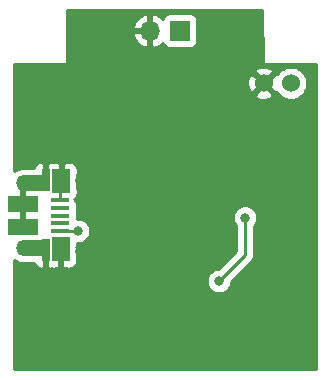
<source format=gbr>
%TF.GenerationSoftware,KiCad,Pcbnew,(5.1.9)-1*%
%TF.CreationDate,2021-06-15T19:58:51-04:00*%
%TF.ProjectId,uBMS,75424d53-2e6b-4696-9361-645f70636258,rev?*%
%TF.SameCoordinates,Original*%
%TF.FileFunction,Copper,L2,Bot*%
%TF.FilePolarity,Positive*%
%FSLAX46Y46*%
G04 Gerber Fmt 4.6, Leading zero omitted, Abs format (unit mm)*
G04 Created by KiCad (PCBNEW (5.1.9)-1) date 2021-06-15 19:58:51*
%MOMM*%
%LPD*%
G01*
G04 APERTURE LIST*
%TA.AperFunction,ComponentPad*%
%ADD10C,1.524000*%
%TD*%
%TA.AperFunction,SMDPad,CuDef*%
%ADD11R,2.500000X1.430000*%
%TD*%
%TA.AperFunction,ComponentPad*%
%ADD12O,1.700000X1.350000*%
%TD*%
%TA.AperFunction,ComponentPad*%
%ADD13O,1.500000X1.100000*%
%TD*%
%TA.AperFunction,SMDPad,CuDef*%
%ADD14R,1.650000X0.400000*%
%TD*%
%TA.AperFunction,SMDPad,CuDef*%
%ADD15R,1.500000X2.000000*%
%TD*%
%TA.AperFunction,SMDPad,CuDef*%
%ADD16R,0.700000X1.825000*%
%TD*%
%TA.AperFunction,SMDPad,CuDef*%
%ADD17R,2.000000X1.350000*%
%TD*%
%TA.AperFunction,ComponentPad*%
%ADD18O,1.700000X1.700000*%
%TD*%
%TA.AperFunction,ComponentPad*%
%ADD19R,1.700000X1.700000*%
%TD*%
%TA.AperFunction,ViaPad*%
%ADD20C,0.762000*%
%TD*%
%TA.AperFunction,ViaPad*%
%ADD21C,0.508000*%
%TD*%
%TA.AperFunction,ViaPad*%
%ADD22C,0.800000*%
%TD*%
%TA.AperFunction,Conductor*%
%ADD23C,0.254000*%
%TD*%
%TA.AperFunction,Conductor*%
%ADD24C,0.508000*%
%TD*%
%TA.AperFunction,Conductor*%
%ADD25C,0.100000*%
%TD*%
G04 APERTURE END LIST*
D10*
%TO.P,3.7V 180mAh,2*%
%TO.N,GND*%
X98044000Y-76708000D03*
%TO.P,3.7V 180mAh,1*%
%TO.N,+V_BAT*%
X100330000Y-76708000D03*
%TD*%
D11*
%TO.P,J2,6*%
%TO.N,GND*%
X77609000Y-86949000D03*
X77609000Y-88869000D03*
D12*
X77879000Y-85179000D03*
X77879000Y-90639000D03*
D13*
X80879000Y-85489000D03*
X80879000Y-90329000D03*
D14*
%TO.P,J2,5*%
X80759000Y-86609000D03*
%TO.P,J2,4*%
%TO.N,Net-(J2-Pad4)*%
X80759000Y-87259000D03*
%TO.P,J2,3*%
%TO.N,Net-(J2-Pad3)*%
X80759000Y-87909000D03*
%TO.P,J2,2*%
%TO.N,Net-(J2-Pad2)*%
X80759000Y-88559000D03*
%TO.P,J2,1*%
%TO.N,+V_USB*%
X80759000Y-89209000D03*
D15*
%TO.P,J2,6*%
%TO.N,GND*%
X80879000Y-85009000D03*
X80859000Y-90759000D03*
D16*
X79559000Y-84909000D03*
X79559000Y-90859000D03*
D17*
X78809000Y-90639000D03*
X78809000Y-85159000D03*
%TD*%
D18*
%TO.P,W,2*%
%TO.N,GND*%
X88392000Y-72263000D03*
D19*
%TO.P,W,1*%
%TO.N,+5V*%
X90932000Y-72263000D03*
%TD*%
D20*
%TO.N,GND*%
X78486000Y-99568000D03*
D21*
X94742000Y-88747600D03*
D20*
X95184000Y-89535000D03*
X93726000Y-94996000D03*
X88138000Y-88646000D03*
X97663000Y-79248000D03*
X94742000Y-84836000D03*
X87503000Y-75946000D03*
X87503000Y-78232000D03*
X89154000Y-83756500D03*
D22*
%TO.N,+V_USB*%
X94234000Y-93472000D03*
X82296000Y-89209000D03*
X96448398Y-88082602D03*
%TD*%
D23*
%TO.N,GND*%
X80759000Y-85609000D02*
X80879000Y-85489000D01*
X80759000Y-86609000D02*
X80759000Y-85609000D01*
X80549000Y-85159000D02*
X80879000Y-85489000D01*
X77609000Y-90369000D02*
X77879000Y-90639000D01*
X80739000Y-90639000D02*
X80859000Y-90759000D01*
D24*
X79559000Y-91424000D02*
X79559000Y-92710000D01*
D23*
X79309000Y-85159000D02*
X79559000Y-84909000D01*
X78809000Y-85159000D02*
X79309000Y-85159000D01*
D24*
X79559000Y-82042000D02*
X79559000Y-84204000D01*
X77609000Y-85449000D02*
X77879000Y-85179000D01*
X77609000Y-86949000D02*
X77609000Y-85449000D01*
D23*
%TO.N,+V_USB*%
X80759000Y-89209000D02*
X82495000Y-89209000D01*
X82495000Y-89209000D02*
X82495000Y-89209000D01*
X96448398Y-91257602D02*
X94234000Y-93472000D01*
X96448398Y-88082602D02*
X96448398Y-91257602D01*
%TD*%
%TO.N,GND*%
X97948752Y-74930794D02*
X97951190Y-74954776D01*
X97958417Y-74978601D01*
X97970153Y-75000557D01*
X97985947Y-75019803D01*
X98005193Y-75035597D01*
X98027149Y-75047333D01*
X98050974Y-75054560D01*
X98075750Y-75057000D01*
X102464001Y-75057000D01*
X102464000Y-100940000D01*
X76860000Y-100940000D01*
X76860000Y-93370061D01*
X93199000Y-93370061D01*
X93199000Y-93573939D01*
X93238774Y-93773898D01*
X93316795Y-93962256D01*
X93430063Y-94131774D01*
X93574226Y-94275937D01*
X93743744Y-94389205D01*
X93932102Y-94467226D01*
X94132061Y-94507000D01*
X94335939Y-94507000D01*
X94535898Y-94467226D01*
X94724256Y-94389205D01*
X94893774Y-94275937D01*
X95037937Y-94131774D01*
X95151205Y-93962256D01*
X95229226Y-93773898D01*
X95269000Y-93573939D01*
X95269000Y-93514630D01*
X96960744Y-91822886D01*
X96989820Y-91799024D01*
X97050255Y-91725383D01*
X97085043Y-91682995D01*
X97155799Y-91550618D01*
X97155800Y-91550617D01*
X97199372Y-91406980D01*
X97210398Y-91295028D01*
X97210398Y-91295025D01*
X97214084Y-91257602D01*
X97210398Y-91220179D01*
X97210398Y-88784313D01*
X97252335Y-88742376D01*
X97365603Y-88572858D01*
X97443624Y-88384500D01*
X97483398Y-88184541D01*
X97483398Y-87980663D01*
X97443624Y-87780704D01*
X97365603Y-87592346D01*
X97252335Y-87422828D01*
X97108172Y-87278665D01*
X96938654Y-87165397D01*
X96750296Y-87087376D01*
X96550337Y-87047602D01*
X96346459Y-87047602D01*
X96146500Y-87087376D01*
X95958142Y-87165397D01*
X95788624Y-87278665D01*
X95644461Y-87422828D01*
X95531193Y-87592346D01*
X95453172Y-87780704D01*
X95413398Y-87980663D01*
X95413398Y-88184541D01*
X95453172Y-88384500D01*
X95531193Y-88572858D01*
X95644461Y-88742376D01*
X95686398Y-88784313D01*
X95686399Y-90941971D01*
X94191370Y-92437000D01*
X94132061Y-92437000D01*
X93932102Y-92476774D01*
X93743744Y-92554795D01*
X93574226Y-92668063D01*
X93430063Y-92812226D01*
X93316795Y-92981744D01*
X93238774Y-93170102D01*
X93199000Y-93370061D01*
X76860000Y-93370061D01*
X76860000Y-91643353D01*
X77059239Y-91783019D01*
X77294815Y-91886824D01*
X77546116Y-91942675D01*
X77589555Y-91911005D01*
X77684518Y-91939812D01*
X77751998Y-91946458D01*
X77751998Y-91949000D01*
X77777808Y-91949000D01*
X77809000Y-91952072D01*
X78523250Y-91949000D01*
X78582568Y-91889682D01*
X78583188Y-91895982D01*
X78619498Y-92015680D01*
X78678463Y-92125994D01*
X78757815Y-92222685D01*
X78854506Y-92302037D01*
X78964820Y-92361002D01*
X79084518Y-92397312D01*
X79209000Y-92409572D01*
X79273250Y-92406500D01*
X79432000Y-92247750D01*
X79432000Y-91950451D01*
X79503596Y-91950758D01*
X79519498Y-92003180D01*
X79578463Y-92113494D01*
X79657815Y-92210185D01*
X79686000Y-92233316D01*
X79686000Y-92247750D01*
X79844750Y-92406500D01*
X79909000Y-92409572D01*
X80033482Y-92397312D01*
X80052588Y-92391516D01*
X80109000Y-92397072D01*
X80573250Y-92394000D01*
X80732000Y-92235250D01*
X80732000Y-91375797D01*
X80752000Y-91359152D01*
X80752000Y-90612000D01*
X80986000Y-90612000D01*
X80986000Y-90632000D01*
X81006000Y-90632000D01*
X81006000Y-90886000D01*
X80986000Y-90886000D01*
X80986000Y-92235250D01*
X81144750Y-92394000D01*
X81609000Y-92397072D01*
X81733482Y-92384812D01*
X81853180Y-92348502D01*
X81963494Y-92289537D01*
X82060185Y-92210185D01*
X82139537Y-92113494D01*
X82198502Y-92003180D01*
X82234812Y-91883482D01*
X82247072Y-91759000D01*
X82244000Y-91044750D01*
X82113730Y-90914480D01*
X82128131Y-90893039D01*
X82218011Y-90677526D01*
X82222803Y-90638744D01*
X82164069Y-90553181D01*
X82244000Y-90473250D01*
X82244986Y-90244000D01*
X82397939Y-90244000D01*
X82597898Y-90204226D01*
X82786256Y-90126205D01*
X82955774Y-90012937D01*
X83099937Y-89868774D01*
X83213205Y-89699256D01*
X83291226Y-89510898D01*
X83331000Y-89310939D01*
X83331000Y-89107061D01*
X83291226Y-88907102D01*
X83213205Y-88718744D01*
X83099937Y-88549226D01*
X82955774Y-88405063D01*
X82786256Y-88291795D01*
X82597898Y-88213774D01*
X82397939Y-88174000D01*
X82215670Y-88174000D01*
X82222072Y-88109000D01*
X82222072Y-87709000D01*
X82209812Y-87584518D01*
X82209655Y-87584000D01*
X82209812Y-87583482D01*
X82222072Y-87459000D01*
X82222072Y-87059000D01*
X82209812Y-86934518D01*
X82209103Y-86932180D01*
X82219000Y-86840750D01*
X82151032Y-86772782D01*
X82114537Y-86704506D01*
X82035185Y-86607815D01*
X81964415Y-86549735D01*
X81983494Y-86539537D01*
X81987804Y-86536000D01*
X82060250Y-86536000D01*
X82219000Y-86377250D01*
X82208022Y-86275836D01*
X82207413Y-86273925D01*
X82218502Y-86253180D01*
X82254812Y-86133482D01*
X82267072Y-86009000D01*
X82264000Y-85294750D01*
X82192562Y-85223312D01*
X82222803Y-85179256D01*
X82218011Y-85140474D01*
X82128131Y-84924961D01*
X82099275Y-84882000D01*
X82105250Y-84882000D01*
X82264000Y-84723250D01*
X82267072Y-84009000D01*
X82254812Y-83884518D01*
X82218502Y-83764820D01*
X82159537Y-83654506D01*
X82080185Y-83557815D01*
X81983494Y-83478463D01*
X81873180Y-83419498D01*
X81753482Y-83383188D01*
X81629000Y-83370928D01*
X81164750Y-83374000D01*
X81006000Y-83532750D01*
X81006000Y-85156000D01*
X80752000Y-85156000D01*
X80752000Y-83532750D01*
X80593250Y-83374000D01*
X80129000Y-83370928D01*
X80057490Y-83377971D01*
X80033482Y-83370688D01*
X79909000Y-83358428D01*
X79844750Y-83361500D01*
X79686000Y-83520250D01*
X79686000Y-83551098D01*
X79677815Y-83557815D01*
X79598463Y-83654506D01*
X79539498Y-83764820D01*
X79514510Y-83847195D01*
X79432000Y-83847549D01*
X79432000Y-83520250D01*
X79273250Y-83361500D01*
X79209000Y-83358428D01*
X79084518Y-83370688D01*
X78964820Y-83406998D01*
X78854506Y-83465963D01*
X78757815Y-83545315D01*
X78678463Y-83642006D01*
X78619498Y-83752320D01*
X78583188Y-83872018D01*
X78579878Y-83905628D01*
X78523250Y-83849000D01*
X77809000Y-83845928D01*
X77684518Y-83858188D01*
X77570183Y-83892871D01*
X77546116Y-83875325D01*
X77294815Y-83931176D01*
X77059239Y-84034981D01*
X76860000Y-84174647D01*
X76860000Y-77673565D01*
X97258040Y-77673565D01*
X97325020Y-77913656D01*
X97574048Y-78030756D01*
X97841135Y-78097023D01*
X98116017Y-78109910D01*
X98388133Y-78068922D01*
X98647023Y-77975636D01*
X98762980Y-77913656D01*
X98829960Y-77673565D01*
X98044000Y-76887605D01*
X97258040Y-77673565D01*
X76860000Y-77673565D01*
X76860000Y-76780017D01*
X96642090Y-76780017D01*
X96683078Y-77052133D01*
X96776364Y-77311023D01*
X96838344Y-77426980D01*
X97078435Y-77493960D01*
X97864395Y-76708000D01*
X98223605Y-76708000D01*
X99009565Y-77493960D01*
X99149011Y-77455058D01*
X99244880Y-77598535D01*
X99439465Y-77793120D01*
X99668273Y-77946005D01*
X99922510Y-78051314D01*
X100192408Y-78105000D01*
X100467592Y-78105000D01*
X100737490Y-78051314D01*
X100991727Y-77946005D01*
X101220535Y-77793120D01*
X101415120Y-77598535D01*
X101568005Y-77369727D01*
X101673314Y-77115490D01*
X101727000Y-76845592D01*
X101727000Y-76570408D01*
X101673314Y-76300510D01*
X101568005Y-76046273D01*
X101415120Y-75817465D01*
X101220535Y-75622880D01*
X100991727Y-75469995D01*
X100737490Y-75364686D01*
X100467592Y-75311000D01*
X100192408Y-75311000D01*
X99922510Y-75364686D01*
X99668273Y-75469995D01*
X99439465Y-75622880D01*
X99244880Y-75817465D01*
X99149011Y-75960942D01*
X99009565Y-75922040D01*
X98223605Y-76708000D01*
X97864395Y-76708000D01*
X97078435Y-75922040D01*
X96838344Y-75989020D01*
X96721244Y-76238048D01*
X96654977Y-76505135D01*
X96642090Y-76780017D01*
X76860000Y-76780017D01*
X76860000Y-75742435D01*
X97258040Y-75742435D01*
X98044000Y-76528395D01*
X98829960Y-75742435D01*
X98762980Y-75502344D01*
X98513952Y-75385244D01*
X98246865Y-75318977D01*
X97971983Y-75306090D01*
X97699867Y-75347078D01*
X97440977Y-75440364D01*
X97325020Y-75502344D01*
X97258040Y-75742435D01*
X76860000Y-75742435D01*
X76860000Y-75057000D01*
X81248250Y-75057000D01*
X81273804Y-75054402D01*
X81297583Y-75047027D01*
X81319466Y-75035154D01*
X81338612Y-75019240D01*
X81354286Y-74999896D01*
X81365884Y-74977867D01*
X81372962Y-74953998D01*
X81375248Y-74929206D01*
X81360815Y-72619891D01*
X86950519Y-72619891D01*
X87047843Y-72894252D01*
X87196822Y-73144355D01*
X87391731Y-73360588D01*
X87625080Y-73534641D01*
X87887901Y-73659825D01*
X88035110Y-73704476D01*
X88265000Y-73583155D01*
X88265000Y-72390000D01*
X87071186Y-72390000D01*
X86950519Y-72619891D01*
X81360815Y-72619891D01*
X81356354Y-71906109D01*
X86950519Y-71906109D01*
X87071186Y-72136000D01*
X88265000Y-72136000D01*
X88265000Y-70942845D01*
X88519000Y-70942845D01*
X88519000Y-72136000D01*
X88539000Y-72136000D01*
X88539000Y-72390000D01*
X88519000Y-72390000D01*
X88519000Y-73583155D01*
X88748890Y-73704476D01*
X88896099Y-73659825D01*
X89158920Y-73534641D01*
X89392269Y-73360588D01*
X89468034Y-73276534D01*
X89492498Y-73357180D01*
X89551463Y-73467494D01*
X89630815Y-73564185D01*
X89727506Y-73643537D01*
X89837820Y-73702502D01*
X89957518Y-73738812D01*
X90082000Y-73751072D01*
X91782000Y-73751072D01*
X91906482Y-73738812D01*
X92026180Y-73702502D01*
X92136494Y-73643537D01*
X92233185Y-73564185D01*
X92312537Y-73467494D01*
X92371502Y-73357180D01*
X92407812Y-73237482D01*
X92420072Y-73113000D01*
X92420072Y-71413000D01*
X92407812Y-71288518D01*
X92371502Y-71168820D01*
X92312537Y-71058506D01*
X92233185Y-70961815D01*
X92136494Y-70882463D01*
X92026180Y-70823498D01*
X91906482Y-70787188D01*
X91782000Y-70774928D01*
X90082000Y-70774928D01*
X89957518Y-70787188D01*
X89837820Y-70823498D01*
X89727506Y-70882463D01*
X89630815Y-70961815D01*
X89551463Y-71058506D01*
X89492498Y-71168820D01*
X89468034Y-71249466D01*
X89392269Y-71165412D01*
X89158920Y-70991359D01*
X88896099Y-70866175D01*
X88748890Y-70821524D01*
X88519000Y-70942845D01*
X88265000Y-70942845D01*
X88035110Y-70821524D01*
X87887901Y-70866175D01*
X87625080Y-70991359D01*
X87391731Y-71165412D01*
X87196822Y-71381645D01*
X87047843Y-71631748D01*
X86950519Y-71906109D01*
X81356354Y-71906109D01*
X81347628Y-70510000D01*
X97921122Y-70510000D01*
X97948752Y-74930794D01*
%TA.AperFunction,Conductor*%
D25*
G36*
X97948752Y-74930794D02*
G01*
X97951190Y-74954776D01*
X97958417Y-74978601D01*
X97970153Y-75000557D01*
X97985947Y-75019803D01*
X98005193Y-75035597D01*
X98027149Y-75047333D01*
X98050974Y-75054560D01*
X98075750Y-75057000D01*
X102464001Y-75057000D01*
X102464000Y-100940000D01*
X76860000Y-100940000D01*
X76860000Y-93370061D01*
X93199000Y-93370061D01*
X93199000Y-93573939D01*
X93238774Y-93773898D01*
X93316795Y-93962256D01*
X93430063Y-94131774D01*
X93574226Y-94275937D01*
X93743744Y-94389205D01*
X93932102Y-94467226D01*
X94132061Y-94507000D01*
X94335939Y-94507000D01*
X94535898Y-94467226D01*
X94724256Y-94389205D01*
X94893774Y-94275937D01*
X95037937Y-94131774D01*
X95151205Y-93962256D01*
X95229226Y-93773898D01*
X95269000Y-93573939D01*
X95269000Y-93514630D01*
X96960744Y-91822886D01*
X96989820Y-91799024D01*
X97050255Y-91725383D01*
X97085043Y-91682995D01*
X97155799Y-91550618D01*
X97155800Y-91550617D01*
X97199372Y-91406980D01*
X97210398Y-91295028D01*
X97210398Y-91295025D01*
X97214084Y-91257602D01*
X97210398Y-91220179D01*
X97210398Y-88784313D01*
X97252335Y-88742376D01*
X97365603Y-88572858D01*
X97443624Y-88384500D01*
X97483398Y-88184541D01*
X97483398Y-87980663D01*
X97443624Y-87780704D01*
X97365603Y-87592346D01*
X97252335Y-87422828D01*
X97108172Y-87278665D01*
X96938654Y-87165397D01*
X96750296Y-87087376D01*
X96550337Y-87047602D01*
X96346459Y-87047602D01*
X96146500Y-87087376D01*
X95958142Y-87165397D01*
X95788624Y-87278665D01*
X95644461Y-87422828D01*
X95531193Y-87592346D01*
X95453172Y-87780704D01*
X95413398Y-87980663D01*
X95413398Y-88184541D01*
X95453172Y-88384500D01*
X95531193Y-88572858D01*
X95644461Y-88742376D01*
X95686398Y-88784313D01*
X95686399Y-90941971D01*
X94191370Y-92437000D01*
X94132061Y-92437000D01*
X93932102Y-92476774D01*
X93743744Y-92554795D01*
X93574226Y-92668063D01*
X93430063Y-92812226D01*
X93316795Y-92981744D01*
X93238774Y-93170102D01*
X93199000Y-93370061D01*
X76860000Y-93370061D01*
X76860000Y-91643353D01*
X77059239Y-91783019D01*
X77294815Y-91886824D01*
X77546116Y-91942675D01*
X77589555Y-91911005D01*
X77684518Y-91939812D01*
X77751998Y-91946458D01*
X77751998Y-91949000D01*
X77777808Y-91949000D01*
X77809000Y-91952072D01*
X78523250Y-91949000D01*
X78582568Y-91889682D01*
X78583188Y-91895982D01*
X78619498Y-92015680D01*
X78678463Y-92125994D01*
X78757815Y-92222685D01*
X78854506Y-92302037D01*
X78964820Y-92361002D01*
X79084518Y-92397312D01*
X79209000Y-92409572D01*
X79273250Y-92406500D01*
X79432000Y-92247750D01*
X79432000Y-91950451D01*
X79503596Y-91950758D01*
X79519498Y-92003180D01*
X79578463Y-92113494D01*
X79657815Y-92210185D01*
X79686000Y-92233316D01*
X79686000Y-92247750D01*
X79844750Y-92406500D01*
X79909000Y-92409572D01*
X80033482Y-92397312D01*
X80052588Y-92391516D01*
X80109000Y-92397072D01*
X80573250Y-92394000D01*
X80732000Y-92235250D01*
X80732000Y-91375797D01*
X80752000Y-91359152D01*
X80752000Y-90612000D01*
X80986000Y-90612000D01*
X80986000Y-90632000D01*
X81006000Y-90632000D01*
X81006000Y-90886000D01*
X80986000Y-90886000D01*
X80986000Y-92235250D01*
X81144750Y-92394000D01*
X81609000Y-92397072D01*
X81733482Y-92384812D01*
X81853180Y-92348502D01*
X81963494Y-92289537D01*
X82060185Y-92210185D01*
X82139537Y-92113494D01*
X82198502Y-92003180D01*
X82234812Y-91883482D01*
X82247072Y-91759000D01*
X82244000Y-91044750D01*
X82113730Y-90914480D01*
X82128131Y-90893039D01*
X82218011Y-90677526D01*
X82222803Y-90638744D01*
X82164069Y-90553181D01*
X82244000Y-90473250D01*
X82244986Y-90244000D01*
X82397939Y-90244000D01*
X82597898Y-90204226D01*
X82786256Y-90126205D01*
X82955774Y-90012937D01*
X83099937Y-89868774D01*
X83213205Y-89699256D01*
X83291226Y-89510898D01*
X83331000Y-89310939D01*
X83331000Y-89107061D01*
X83291226Y-88907102D01*
X83213205Y-88718744D01*
X83099937Y-88549226D01*
X82955774Y-88405063D01*
X82786256Y-88291795D01*
X82597898Y-88213774D01*
X82397939Y-88174000D01*
X82215670Y-88174000D01*
X82222072Y-88109000D01*
X82222072Y-87709000D01*
X82209812Y-87584518D01*
X82209655Y-87584000D01*
X82209812Y-87583482D01*
X82222072Y-87459000D01*
X82222072Y-87059000D01*
X82209812Y-86934518D01*
X82209103Y-86932180D01*
X82219000Y-86840750D01*
X82151032Y-86772782D01*
X82114537Y-86704506D01*
X82035185Y-86607815D01*
X81964415Y-86549735D01*
X81983494Y-86539537D01*
X81987804Y-86536000D01*
X82060250Y-86536000D01*
X82219000Y-86377250D01*
X82208022Y-86275836D01*
X82207413Y-86273925D01*
X82218502Y-86253180D01*
X82254812Y-86133482D01*
X82267072Y-86009000D01*
X82264000Y-85294750D01*
X82192562Y-85223312D01*
X82222803Y-85179256D01*
X82218011Y-85140474D01*
X82128131Y-84924961D01*
X82099275Y-84882000D01*
X82105250Y-84882000D01*
X82264000Y-84723250D01*
X82267072Y-84009000D01*
X82254812Y-83884518D01*
X82218502Y-83764820D01*
X82159537Y-83654506D01*
X82080185Y-83557815D01*
X81983494Y-83478463D01*
X81873180Y-83419498D01*
X81753482Y-83383188D01*
X81629000Y-83370928D01*
X81164750Y-83374000D01*
X81006000Y-83532750D01*
X81006000Y-85156000D01*
X80752000Y-85156000D01*
X80752000Y-83532750D01*
X80593250Y-83374000D01*
X80129000Y-83370928D01*
X80057490Y-83377971D01*
X80033482Y-83370688D01*
X79909000Y-83358428D01*
X79844750Y-83361500D01*
X79686000Y-83520250D01*
X79686000Y-83551098D01*
X79677815Y-83557815D01*
X79598463Y-83654506D01*
X79539498Y-83764820D01*
X79514510Y-83847195D01*
X79432000Y-83847549D01*
X79432000Y-83520250D01*
X79273250Y-83361500D01*
X79209000Y-83358428D01*
X79084518Y-83370688D01*
X78964820Y-83406998D01*
X78854506Y-83465963D01*
X78757815Y-83545315D01*
X78678463Y-83642006D01*
X78619498Y-83752320D01*
X78583188Y-83872018D01*
X78579878Y-83905628D01*
X78523250Y-83849000D01*
X77809000Y-83845928D01*
X77684518Y-83858188D01*
X77570183Y-83892871D01*
X77546116Y-83875325D01*
X77294815Y-83931176D01*
X77059239Y-84034981D01*
X76860000Y-84174647D01*
X76860000Y-77673565D01*
X97258040Y-77673565D01*
X97325020Y-77913656D01*
X97574048Y-78030756D01*
X97841135Y-78097023D01*
X98116017Y-78109910D01*
X98388133Y-78068922D01*
X98647023Y-77975636D01*
X98762980Y-77913656D01*
X98829960Y-77673565D01*
X98044000Y-76887605D01*
X97258040Y-77673565D01*
X76860000Y-77673565D01*
X76860000Y-76780017D01*
X96642090Y-76780017D01*
X96683078Y-77052133D01*
X96776364Y-77311023D01*
X96838344Y-77426980D01*
X97078435Y-77493960D01*
X97864395Y-76708000D01*
X98223605Y-76708000D01*
X99009565Y-77493960D01*
X99149011Y-77455058D01*
X99244880Y-77598535D01*
X99439465Y-77793120D01*
X99668273Y-77946005D01*
X99922510Y-78051314D01*
X100192408Y-78105000D01*
X100467592Y-78105000D01*
X100737490Y-78051314D01*
X100991727Y-77946005D01*
X101220535Y-77793120D01*
X101415120Y-77598535D01*
X101568005Y-77369727D01*
X101673314Y-77115490D01*
X101727000Y-76845592D01*
X101727000Y-76570408D01*
X101673314Y-76300510D01*
X101568005Y-76046273D01*
X101415120Y-75817465D01*
X101220535Y-75622880D01*
X100991727Y-75469995D01*
X100737490Y-75364686D01*
X100467592Y-75311000D01*
X100192408Y-75311000D01*
X99922510Y-75364686D01*
X99668273Y-75469995D01*
X99439465Y-75622880D01*
X99244880Y-75817465D01*
X99149011Y-75960942D01*
X99009565Y-75922040D01*
X98223605Y-76708000D01*
X97864395Y-76708000D01*
X97078435Y-75922040D01*
X96838344Y-75989020D01*
X96721244Y-76238048D01*
X96654977Y-76505135D01*
X96642090Y-76780017D01*
X76860000Y-76780017D01*
X76860000Y-75742435D01*
X97258040Y-75742435D01*
X98044000Y-76528395D01*
X98829960Y-75742435D01*
X98762980Y-75502344D01*
X98513952Y-75385244D01*
X98246865Y-75318977D01*
X97971983Y-75306090D01*
X97699867Y-75347078D01*
X97440977Y-75440364D01*
X97325020Y-75502344D01*
X97258040Y-75742435D01*
X76860000Y-75742435D01*
X76860000Y-75057000D01*
X81248250Y-75057000D01*
X81273804Y-75054402D01*
X81297583Y-75047027D01*
X81319466Y-75035154D01*
X81338612Y-75019240D01*
X81354286Y-74999896D01*
X81365884Y-74977867D01*
X81372962Y-74953998D01*
X81375248Y-74929206D01*
X81360815Y-72619891D01*
X86950519Y-72619891D01*
X87047843Y-72894252D01*
X87196822Y-73144355D01*
X87391731Y-73360588D01*
X87625080Y-73534641D01*
X87887901Y-73659825D01*
X88035110Y-73704476D01*
X88265000Y-73583155D01*
X88265000Y-72390000D01*
X87071186Y-72390000D01*
X86950519Y-72619891D01*
X81360815Y-72619891D01*
X81356354Y-71906109D01*
X86950519Y-71906109D01*
X87071186Y-72136000D01*
X88265000Y-72136000D01*
X88265000Y-70942845D01*
X88519000Y-70942845D01*
X88519000Y-72136000D01*
X88539000Y-72136000D01*
X88539000Y-72390000D01*
X88519000Y-72390000D01*
X88519000Y-73583155D01*
X88748890Y-73704476D01*
X88896099Y-73659825D01*
X89158920Y-73534641D01*
X89392269Y-73360588D01*
X89468034Y-73276534D01*
X89492498Y-73357180D01*
X89551463Y-73467494D01*
X89630815Y-73564185D01*
X89727506Y-73643537D01*
X89837820Y-73702502D01*
X89957518Y-73738812D01*
X90082000Y-73751072D01*
X91782000Y-73751072D01*
X91906482Y-73738812D01*
X92026180Y-73702502D01*
X92136494Y-73643537D01*
X92233185Y-73564185D01*
X92312537Y-73467494D01*
X92371502Y-73357180D01*
X92407812Y-73237482D01*
X92420072Y-73113000D01*
X92420072Y-71413000D01*
X92407812Y-71288518D01*
X92371502Y-71168820D01*
X92312537Y-71058506D01*
X92233185Y-70961815D01*
X92136494Y-70882463D01*
X92026180Y-70823498D01*
X91906482Y-70787188D01*
X91782000Y-70774928D01*
X90082000Y-70774928D01*
X89957518Y-70787188D01*
X89837820Y-70823498D01*
X89727506Y-70882463D01*
X89630815Y-70961815D01*
X89551463Y-71058506D01*
X89492498Y-71168820D01*
X89468034Y-71249466D01*
X89392269Y-71165412D01*
X89158920Y-70991359D01*
X88896099Y-70866175D01*
X88748890Y-70821524D01*
X88519000Y-70942845D01*
X88265000Y-70942845D01*
X88035110Y-70821524D01*
X87887901Y-70866175D01*
X87625080Y-70991359D01*
X87391731Y-71165412D01*
X87196822Y-71381645D01*
X87047843Y-71631748D01*
X86950519Y-71906109D01*
X81356354Y-71906109D01*
X81347628Y-70510000D01*
X97921122Y-70510000D01*
X97948752Y-74930794D01*
G37*
%TD.AperFunction*%
D23*
X78026000Y-90766000D02*
X77732000Y-90766000D01*
X77732000Y-90512000D01*
X78026000Y-90512000D01*
X78026000Y-90766000D01*
%TA.AperFunction,Conductor*%
D25*
G36*
X78026000Y-90766000D02*
G01*
X77732000Y-90766000D01*
X77732000Y-90512000D01*
X78026000Y-90512000D01*
X78026000Y-90766000D01*
G37*
%TD.AperFunction*%
D23*
X77736000Y-86822000D02*
X77756000Y-86822000D01*
X77756000Y-87076000D01*
X77736000Y-87076000D01*
X77736000Y-88742000D01*
X77756000Y-88742000D01*
X77756000Y-88996000D01*
X77736000Y-88996000D01*
X77736000Y-89016000D01*
X77482000Y-89016000D01*
X77482000Y-88996000D01*
X77462000Y-88996000D01*
X77462000Y-88742000D01*
X77482000Y-88742000D01*
X77482000Y-87076000D01*
X77462000Y-87076000D01*
X77462000Y-86822000D01*
X77482000Y-86822000D01*
X77482000Y-86802000D01*
X77736000Y-86802000D01*
X77736000Y-86822000D01*
%TA.AperFunction,Conductor*%
D25*
G36*
X77736000Y-86822000D02*
G01*
X77756000Y-86822000D01*
X77756000Y-87076000D01*
X77736000Y-87076000D01*
X77736000Y-88742000D01*
X77756000Y-88742000D01*
X77756000Y-88996000D01*
X77736000Y-88996000D01*
X77736000Y-89016000D01*
X77482000Y-89016000D01*
X77482000Y-88996000D01*
X77462000Y-88996000D01*
X77462000Y-88742000D01*
X77482000Y-88742000D01*
X77482000Y-87076000D01*
X77462000Y-87076000D01*
X77462000Y-86822000D01*
X77482000Y-86822000D01*
X77482000Y-86802000D01*
X77736000Y-86802000D01*
X77736000Y-86822000D01*
G37*
%TD.AperFunction*%
D23*
X78006000Y-85052000D02*
X78026000Y-85052000D01*
X78026000Y-85286000D01*
X77732000Y-85286000D01*
X77732000Y-85052000D01*
X77752000Y-85052000D01*
X77752000Y-85032000D01*
X78006000Y-85032000D01*
X78006000Y-85052000D01*
%TA.AperFunction,Conductor*%
D25*
G36*
X78006000Y-85052000D02*
G01*
X78026000Y-85052000D01*
X78026000Y-85286000D01*
X77732000Y-85286000D01*
X77732000Y-85052000D01*
X77752000Y-85052000D01*
X77752000Y-85032000D01*
X78006000Y-85032000D01*
X78006000Y-85052000D01*
G37*
%TD.AperFunction*%
%TD*%
M02*

</source>
